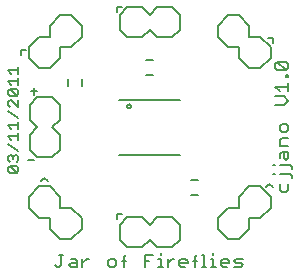
<source format=gto>
G75*
G70*
%OFA0B0*%
%FSLAX24Y24*%
%IPPOS*%
%LPD*%
%AMOC8*
5,1,8,0,0,1.08239X$1,22.5*
%
%ADD10C,0.0080*%
%ADD11C,0.0060*%
D10*
X001905Y001851D02*
X001905Y002205D01*
X001551Y002205D01*
X001198Y002559D01*
X001198Y002912D01*
X001551Y003266D01*
X001905Y003266D01*
X002259Y002912D01*
X002259Y002559D01*
X002612Y002559D01*
X002966Y002205D01*
X002966Y001851D01*
X002612Y001498D01*
X002259Y001498D01*
X001905Y001851D01*
X002212Y000992D02*
X002352Y000992D01*
X002282Y000992D02*
X002282Y000642D01*
X002212Y000572D01*
X002142Y000572D01*
X002072Y000642D01*
X002532Y000642D02*
X002602Y000572D01*
X002812Y000572D01*
X002812Y000782D01*
X002742Y000852D01*
X002602Y000852D01*
X002602Y000712D02*
X002812Y000712D01*
X002993Y000712D02*
X003133Y000852D01*
X003203Y000852D01*
X002993Y000852D02*
X002993Y000572D01*
X002602Y000712D02*
X002532Y000642D01*
X003836Y000642D02*
X003907Y000572D01*
X004047Y000572D01*
X004117Y000642D01*
X004117Y000782D01*
X004047Y000852D01*
X003907Y000852D01*
X003836Y000782D01*
X003836Y000642D01*
X004297Y000782D02*
X004437Y000782D01*
X004367Y000922D02*
X004437Y000992D01*
X004367Y000922D02*
X004367Y000572D01*
X004482Y001232D02*
X004982Y001232D01*
X005232Y001482D01*
X005482Y001232D01*
X005982Y001232D01*
X006232Y001482D01*
X006232Y001982D01*
X005982Y002232D01*
X005482Y002232D01*
X005232Y001982D01*
X004982Y002232D01*
X004482Y002232D01*
X004232Y001982D01*
X004232Y001482D01*
X004482Y001232D01*
X005064Y000992D02*
X005064Y000572D01*
X005064Y000782D02*
X005204Y000782D01*
X005064Y000992D02*
X005344Y000992D01*
X005524Y000852D02*
X005594Y000852D01*
X005594Y000572D01*
X005524Y000572D02*
X005665Y000572D01*
X005831Y000572D02*
X005831Y000852D01*
X005831Y000712D02*
X005971Y000852D01*
X006041Y000852D01*
X006215Y000782D02*
X006215Y000642D01*
X006285Y000572D01*
X006425Y000572D01*
X006495Y000712D02*
X006215Y000712D01*
X006215Y000782D02*
X006285Y000852D01*
X006425Y000852D01*
X006495Y000782D01*
X006495Y000712D01*
X006675Y000782D02*
X006815Y000782D01*
X006745Y000922D02*
X006815Y000992D01*
X006745Y000922D02*
X006745Y000572D01*
X006982Y000572D02*
X007122Y000572D01*
X007052Y000572D02*
X007052Y000992D01*
X006982Y000992D01*
X007289Y000852D02*
X007359Y000852D01*
X007359Y000572D01*
X007289Y000572D02*
X007429Y000572D01*
X007596Y000642D02*
X007596Y000782D01*
X007666Y000852D01*
X007806Y000852D01*
X007876Y000782D01*
X007876Y000712D01*
X007596Y000712D01*
X007596Y000642D02*
X007666Y000572D01*
X007806Y000572D01*
X008056Y000572D02*
X008266Y000572D01*
X008337Y000642D01*
X008266Y000712D01*
X008126Y000712D01*
X008056Y000782D01*
X008126Y000852D01*
X008337Y000852D01*
X008205Y001498D02*
X007851Y001498D01*
X007498Y001851D01*
X007498Y002205D01*
X007851Y002559D01*
X008205Y002559D01*
X008205Y002912D01*
X008559Y003266D01*
X008912Y003266D01*
X009266Y002912D01*
X009266Y002559D01*
X008912Y002205D01*
X008559Y002205D01*
X008559Y001851D01*
X008205Y001498D01*
X007359Y001062D02*
X007359Y000992D01*
X005594Y000992D02*
X005594Y001062D01*
X002232Y004482D02*
X001982Y004232D01*
X001482Y004232D01*
X001232Y004482D01*
X001232Y004982D01*
X001482Y005232D01*
X001232Y005482D01*
X001232Y005982D01*
X001482Y006232D01*
X001982Y006232D01*
X002232Y005982D01*
X002232Y005482D01*
X001982Y005232D01*
X002232Y004982D01*
X002232Y004482D01*
X004485Y005942D02*
X004487Y005957D01*
X004493Y005970D01*
X004502Y005982D01*
X004513Y005991D01*
X004527Y005997D01*
X004542Y005999D01*
X004557Y005997D01*
X004570Y005991D01*
X004582Y005982D01*
X004591Y005971D01*
X004597Y005957D01*
X004599Y005942D01*
X004597Y005927D01*
X004591Y005914D01*
X004582Y005902D01*
X004571Y005893D01*
X004557Y005887D01*
X004542Y005885D01*
X004527Y005887D01*
X004514Y005893D01*
X004502Y005902D01*
X004493Y005913D01*
X004487Y005927D01*
X004485Y005942D01*
X002612Y007905D02*
X002259Y007905D01*
X002259Y007551D01*
X001905Y007198D01*
X001551Y007198D01*
X001198Y007551D01*
X001198Y007905D01*
X001551Y008259D01*
X001905Y008259D01*
X001905Y008612D01*
X002259Y008966D01*
X002612Y008966D01*
X002966Y008612D01*
X002966Y008259D01*
X002612Y007905D01*
X004232Y008482D02*
X004482Y008232D01*
X004982Y008232D01*
X005232Y008482D01*
X005482Y008232D01*
X005982Y008232D01*
X006232Y008482D01*
X006232Y008982D01*
X005982Y009232D01*
X005482Y009232D01*
X005232Y008982D01*
X004982Y009232D01*
X004482Y009232D01*
X004232Y008982D01*
X004232Y008482D01*
X007494Y008616D02*
X007494Y008262D01*
X007848Y007909D01*
X008201Y007909D01*
X008201Y007555D01*
X008555Y007201D01*
X008909Y007201D01*
X009262Y007555D01*
X009262Y007909D01*
X008909Y008262D01*
X008555Y008262D01*
X008555Y008616D01*
X008201Y008969D01*
X007848Y008969D01*
X007494Y008616D01*
X009421Y007348D02*
X009421Y007208D01*
X009492Y007138D01*
X009772Y007138D01*
X009492Y007418D01*
X009772Y007418D01*
X009842Y007348D01*
X009842Y007208D01*
X009772Y007138D01*
X009772Y006978D02*
X009842Y006978D01*
X009842Y006908D01*
X009772Y006908D01*
X009772Y006978D01*
X009842Y006728D02*
X009842Y006448D01*
X009842Y006588D02*
X009421Y006588D01*
X009562Y006448D01*
X009702Y006268D02*
X009421Y006268D01*
X009421Y005987D02*
X009702Y005987D01*
X009842Y006127D01*
X009702Y006268D01*
X009772Y005347D02*
X009632Y005347D01*
X009562Y005277D01*
X009562Y005137D01*
X009632Y005067D01*
X009772Y005067D01*
X009842Y005137D01*
X009842Y005277D01*
X009772Y005347D01*
X009842Y004887D02*
X009632Y004887D01*
X009562Y004816D01*
X009562Y004606D01*
X009842Y004606D01*
X009842Y004426D02*
X009632Y004426D01*
X009562Y004356D01*
X009562Y004216D01*
X009702Y004216D02*
X009702Y004426D01*
X009842Y004426D02*
X009842Y004216D01*
X009772Y004146D01*
X009702Y004216D01*
X009562Y003979D02*
X009912Y003979D01*
X009982Y003909D01*
X009982Y003839D01*
X009912Y003672D02*
X009562Y003672D01*
X009421Y003672D02*
X009351Y003672D01*
X009351Y003979D02*
X009421Y003979D01*
X009912Y003672D02*
X009982Y003602D01*
X009982Y003532D01*
X009842Y003352D02*
X009842Y003142D01*
X009772Y003072D01*
X009632Y003072D01*
X009562Y003142D01*
X009562Y003352D01*
X009421Y007348D02*
X009492Y007418D01*
D11*
X009352Y008059D02*
X009352Y008220D01*
X009191Y008220D01*
X006232Y006162D02*
X004222Y006162D01*
X005114Y006996D02*
X005350Y006996D01*
X005350Y007468D02*
X005114Y007468D01*
X004144Y009091D02*
X004144Y009252D01*
X004304Y009252D01*
X002968Y006850D02*
X002968Y006614D01*
X002496Y006614D02*
X002496Y006850D01*
X001489Y006432D02*
X001262Y006432D01*
X001375Y006545D02*
X001375Y006319D01*
X000852Y006347D02*
X000795Y006290D01*
X000568Y006517D01*
X000795Y006517D01*
X000852Y006460D01*
X000852Y006347D01*
X000795Y006290D02*
X000568Y006290D01*
X000512Y006347D01*
X000512Y006460D01*
X000568Y006517D01*
X000625Y006658D02*
X000512Y006772D01*
X000852Y006772D01*
X000852Y006885D02*
X000852Y006658D01*
X000852Y007027D02*
X000852Y007253D01*
X000852Y007140D02*
X000512Y007140D01*
X000625Y007027D01*
X000944Y007641D02*
X000944Y007802D01*
X001104Y007802D01*
X000852Y006149D02*
X000852Y005922D01*
X000625Y006149D01*
X000568Y006149D01*
X000512Y006092D01*
X000512Y005978D01*
X000568Y005922D01*
X000512Y005780D02*
X000852Y005553D01*
X000852Y005412D02*
X000852Y005185D01*
X000852Y005298D02*
X000512Y005298D01*
X000625Y005185D01*
X000512Y004930D02*
X000852Y004930D01*
X000852Y004817D02*
X000852Y005044D01*
X000625Y004817D02*
X000512Y004930D01*
X000512Y004675D02*
X000852Y004448D01*
X000795Y004307D02*
X000852Y004250D01*
X000852Y004137D01*
X000795Y004080D01*
X000682Y004194D02*
X000682Y004250D01*
X000738Y004307D01*
X000795Y004307D01*
X000682Y004250D02*
X000625Y004307D01*
X000568Y004307D01*
X000512Y004250D01*
X000512Y004137D01*
X000568Y004080D01*
X000568Y003939D02*
X000512Y003882D01*
X000512Y003769D01*
X000568Y003712D01*
X000795Y003712D01*
X000568Y003939D01*
X000795Y003939D01*
X000852Y003882D01*
X000852Y003769D01*
X000795Y003712D01*
X001162Y004132D02*
X001389Y004132D01*
X001725Y003552D02*
X001839Y003439D01*
X001725Y003552D02*
X001612Y003439D01*
X004144Y002352D02*
X004144Y002191D01*
X004144Y002352D02*
X004304Y002352D01*
X004222Y004302D02*
X006232Y004302D01*
X006614Y003468D02*
X006850Y003468D01*
X006850Y002996D02*
X006614Y002996D01*
X009112Y003239D02*
X009225Y003352D01*
X009339Y003239D01*
M02*

</source>
